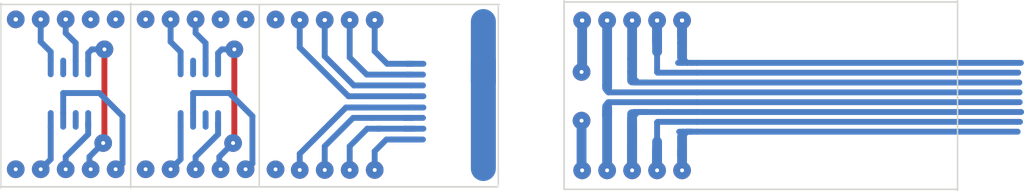
<source format=kicad_pcb>
(kicad_pcb (version 20171130) (host pcbnew "(5.0.1-3-g963ef8bb5)")

  (general
    (thickness 1.6)
    (drawings 10)
    (tracks 369)
    (zones 0)
    (modules 0)
    (nets 1)
  )

  (page A4)
  (layers
    (0 F.Cu signal)
    (31 B.Cu signal)
    (32 B.Adhes user)
    (33 F.Adhes user)
    (34 B.Paste user)
    (35 F.Paste user)
    (36 B.SilkS user)
    (37 F.SilkS user)
    (38 B.Mask user)
    (39 F.Mask user)
    (40 Dwgs.User user)
    (41 Cmts.User user)
    (42 Eco1.User user)
    (43 Eco2.User user)
    (44 Edge.Cuts user)
    (45 Margin user)
    (46 B.CrtYd user)
    (47 F.CrtYd user)
    (48 B.Fab user)
    (49 F.Fab user)
  )

  (setup
    (last_trace_width 0.59944)
    (trace_clearance 0.2)
    (zone_clearance 0.508)
    (zone_45_only no)
    (trace_min 0.2)
    (segment_width 0.2)
    (edge_width 0.15)
    (via_size 1.8)
    (via_drill 0.4)
    (via_min_size 0.4)
    (via_min_drill 0.3)
    (uvia_size 0.3)
    (uvia_drill 0.1)
    (uvias_allowed no)
    (uvia_min_size 0.2)
    (uvia_min_drill 0.1)
    (pcb_text_width 0.3)
    (pcb_text_size 1.5 1.5)
    (mod_edge_width 0.15)
    (mod_text_size 1 1)
    (mod_text_width 0.15)
    (pad_size 1.524 1.524)
    (pad_drill 0.762)
    (pad_to_mask_clearance 0.051)
    (solder_mask_min_width 0.25)
    (aux_axis_origin 0 0)
    (visible_elements FFFFFF7F)
    (pcbplotparams
      (layerselection 0x010fc_ffffffff)
      (usegerberextensions false)
      (usegerberattributes false)
      (usegerberadvancedattributes false)
      (creategerberjobfile false)
      (excludeedgelayer true)
      (linewidth 0.150000)
      (plotframeref false)
      (viasonmask false)
      (mode 1)
      (useauxorigin false)
      (hpglpennumber 1)
      (hpglpenspeed 20)
      (hpglpendiameter 15.000000)
      (psnegative false)
      (psa4output false)
      (plotreference true)
      (plotvalue true)
      (plotinvisibletext false)
      (padsonsilk false)
      (subtractmaskfromsilk false)
      (outputformat 1)
      (mirror false)
      (drillshape 1)
      (scaleselection 1)
      (outputdirectory ""))
  )

  (net 0 "")

  (net_class Default "This is the default net class."
    (clearance 0.2)
    (trace_width 0.59944)
    (via_dia 1.8)
    (via_drill 0.4)
    (uvia_dia 0.3)
    (uvia_drill 0.1)
  )

  (net_class neti ""
    (clearance 0.2)
    (trace_width 0.59944)
    (via_dia 3)
    (via_drill 0.4)
    (uvia_dia 0.3)
    (uvia_drill 0.1)
  )

  (gr_line (start 24.384 16.637) (end 24.384 35.433) (layer Edge.Cuts) (width 0.15) (tstamp 5DECDA7A))
  (gr_line (start 37.592 16.637) (end 37.592 35.433) (layer Edge.Cuts) (width 0.15) (tstamp 5DE98042))
  (gr_line (start 74.979014 16.951826) (end 74.979014 35.112826) (layer Edge.Cuts) (width 0.15) (tstamp 5DE97EDD))
  (gr_line (start 50.673 16.891) (end 50.673 35.306) (layer Edge.Cuts) (width 0.15) (tstamp 5DE97EDC))
  (gr_line (start 74.93 35.306) (end 24.511 35.306) (layer Edge.Cuts) (width 0.15) (tstamp 5DE97EDA))
  (gr_line (start 75.057 16.764) (end 24.384 16.764) (layer Edge.Cuts) (width 0.15) (tstamp 5DE97D42))
  (gr_line (start 81.661 16.383) (end 81.661 35.56) (layer Edge.Cuts) (width 0.15) (tstamp 5DE39EA1))
  (gr_line (start 121.666 16.383) (end 121.666 35.687) (layer Edge.Cuts) (width 0.15) (tstamp 5DE39EA1))
  (gr_line (start 81.661 35.56) (end 121.539 35.56) (layer Edge.Cuts) (width 0.15) (tstamp 5DE39E2B))
  (gr_line (start 81.661 16.51) (end 121.666 16.51) (layer Edge.Cuts) (width 0.15) (tstamp 5DE39E2B))

  (via (at 93.657957 18.387871) (size 0.8) (drill 0.4) (layers F.Cu B.Cu) (net 0) (tstamp 5DE1783F))
  (via (at 93.657957 18.387871) (size 0.8) (drill 0.4) (layers F.Cu B.Cu) (net 0) (tstamp 5DE17840))
  (via (at 93.657957 18.387871) (size 1.5) (drill 0.4) (layers F.Cu B.Cu) (net 0) (tstamp 5DE17841))
  (via (at 83.497957 18.387871) (size 1.5) (drill 0.4) (layers F.Cu B.Cu) (net 0) (tstamp 5DE17842))
  (segment (start 95.167957 27.697871) (end 92.167957 27.697871) (width 0.6) (layer B.Cu) (net 0) (tstamp 5DE17843))
  (segment (start 91.167957 23.697871) (end 91.117957 23.647871) (width 0.6) (layer B.Cu) (net 0) (tstamp 5DE1784A))
  (segment (start 95.167957 23.697871) (end 91.167957 23.697871) (width 0.6) (layer B.Cu) (net 0) (tstamp 5DE1784B))
  (segment (start 86.167957 25.697871) (end 86.037957 25.567871) (width 0.6) (layer B.Cu) (net 0) (tstamp 5DE1784C))
  (segment (start 95.167957 25.697871) (end 86.167957 25.697871) (width 0.6) (layer B.Cu) (net 0) (tstamp 5DE1784D))
  (segment (start 88.577957 24.107871) (end 89.167957 24.697871) (width 0.6) (layer B.Cu) (net 0) (tstamp 5DE1784E))
  (segment (start 91.167957 28.697871) (end 91.117957 28.747871) (width 0.6) (layer B.Cu) (net 0) (tstamp 5DE1784F))
  (segment (start 95.167957 28.697871) (end 91.167957 28.697871) (width 0.6) (layer B.Cu) (net 0) (tstamp 5DE17850))
  (segment (start 88.577957 28.287871) (end 89.167957 27.697871) (width 0.6) (layer B.Cu) (net 0) (tstamp 5DE17851))
  (segment (start 86.167957 26.697871) (end 86.037957 26.827871) (width 0.6) (layer B.Cu) (net 0) (tstamp 5DE17852))
  (segment (start 95.167957 26.697871) (end 86.167957 26.697871) (width 0.6) (layer B.Cu) (net 0) (tstamp 5DE17853))
  (segment (start 91.117957 18.387871) (end 91.117957 20.419871) (width 1) (layer B.Cu) (net 0) (tstamp 5DE17854))
  (segment (start 93.657957 18.387871) (end 93.657957 20.165871) (width 1) (layer B.Cu) (net 0) (tstamp 5DE17855))
  (segment (start 93.657957 18.387871) (end 93.657957 20.673871) (width 1) (layer B.Cu) (net 0) (tstamp 5DE17856))
  (segment (start 93.657957 20.165871) (end 93.657957 20.673871) (width 0.6) (layer B.Cu) (net 0) (tstamp 5DE17857))
  (segment (start 91.117957 20.800871) (end 91.117957 20.419871) (width 0.6) (layer B.Cu) (net 0) (tstamp 5DE17858))
  (segment (start 88.577957 21.054871) (end 88.577957 22.324871) (width 0.6) (layer B.Cu) (net 0) (tstamp 5DE17859))
  (segment (start 88.577957 20.546871) (end 88.577957 21.054871) (width 0.6) (layer B.Cu) (net 0) (tstamp 5DE1785A))
  (segment (start 93.657957 31.595871) (end 93.657957 30.207871) (width 0.6) (layer B.Cu) (net 0) (tstamp 5DE1785B))
  (segment (start 91.117957 33.627871) (end 91.117957 31.722871) (width 1) (layer B.Cu) (net 0) (tstamp 5DE1785C))
  (segment (start 91.117957 33.627871) (end 91.117957 31.341871) (width 1) (layer B.Cu) (net 0) (tstamp 5DE1785D))
  (segment (start 91.117957 31.341871) (end 91.117957 31.722871) (width 0.6) (layer B.Cu) (net 0) (tstamp 5DE1785E))
  (segment (start 88.577957 33.627871) (end 88.577957 31.087871) (width 1) (layer B.Cu) (net 0) (tstamp 5DE1785F))
  (segment (start 88.577957 22.324871) (end 88.577957 24.107871) (width 0.6) (layer B.Cu) (net 0) (tstamp 5DE17860))
  (segment (start 88.577957 18.387871) (end 88.577957 22.324871) (width 1) (layer B.Cu) (net 0) (tstamp 5DE17861))
  (segment (start 88.577957 33.627871) (end 88.577957 28.801871) (width 1) (layer B.Cu) (net 0) (tstamp 5DE17863))
  (segment (start 88.577957 28.801871) (end 88.577957 28.287871) (width 0.6) (layer B.Cu) (net 0) (tstamp 5DE17864))
  (segment (start 88.577957 31.087871) (end 88.577957 28.801871) (width 0.6) (layer B.Cu) (net 0) (tstamp 5DE17865))
  (segment (start 88.577957 33.627871) (end 88.577957 28.287871) (width 1) (layer B.Cu) (net 0) (tstamp 5DE17866))
  (segment (start 91.117957 33.627871) (end 91.117957 30.706871) (width 1) (layer B.Cu) (net 0) (tstamp 5DE17867))
  (segment (start 91.117957 30.706871) (end 91.117957 31.341871) (width 0.6) (layer B.Cu) (net 0) (tstamp 5DE17868))
  (segment (start 91.117957 28.747871) (end 91.117957 30.706871) (width 0.6) (layer B.Cu) (net 0) (tstamp 5DE17869))
  (segment (start 91.117957 21.562871) (end 91.117957 20.800871) (width 0.6) (layer B.Cu) (net 0) (tstamp 5DE1786A))
  (segment (start 91.117957 19.911871) (end 91.117957 21.562871) (width 1) (layer B.Cu) (net 0) (tstamp 5DE1786B))
  (segment (start 91.117957 23.647871) (end 91.117957 21.562871) (width 0.6) (layer B.Cu) (net 0) (tstamp 5DE1786C))
  (segment (start 91.117957 18.387871) (end 91.117957 19.911871) (width 1) (layer B.Cu) (net 0) (tstamp 5DE1786D))
  (segment (start 91.117957 19.911871) (end 91.117957 20.800871) (width 1) (layer B.Cu) (net 0) (tstamp 5DE1786E))
  (segment (start 86.037957 28.039871) (end 86.037957 27.150871) (width 1) (layer B.Cu) (net 0) (tstamp 5DE1786F))
  (segment (start 86.037957 27.150871) (end 86.037957 27.531871) (width 0.6) (layer B.Cu) (net 0) (tstamp 5DE17870))
  (segment (start 86.037957 26.827871) (end 86.037957 27.150871) (width 0.6) (layer B.Cu) (net 0) (tstamp 5DE17871))
  (segment (start 86.037957 28.039871) (end 86.037957 27.531871) (width 1) (layer B.Cu) (net 0) (tstamp 5DE17872))
  (segment (start 86.037957 24.991871) (end 86.037957 25.245871) (width 1) (layer B.Cu) (net 0) (tstamp 5DE17873))
  (segment (start 86.037957 18.387871) (end 86.037957 24.991871) (width 1) (layer B.Cu) (net 0) (tstamp 5DE17874))
  (segment (start 86.037957 25.567871) (end 86.037957 25.245871) (width 0.6) (layer B.Cu) (net 0) (tstamp 5DE17875))
  (segment (start 93.657957 32.103871) (end 93.657957 30.207871) (width 1) (layer B.Cu) (net 0) (tstamp 5DE17876))
  (segment (start 93.657957 33.627871) (end 93.657957 32.103871) (width 1) (layer B.Cu) (net 0) (tstamp 5DE17877))
  (segment (start 93.657957 32.103871) (end 93.657957 31.595871) (width 1) (layer B.Cu) (net 0) (tstamp 5DE17878))
  (segment (start 93.657957 20.673871) (end 93.657957 22.187871) (width 1) (layer B.Cu) (net 0) (tstamp 5DE17879))
  (segment (start 88.577957 22.324871) (end 88.577957 23.597663) (width 1) (layer B.Cu) (net 0) (tstamp 5DE1787A))
  (segment (start 88.577957 23.597663) (end 88.577957 24.483871) (width 1) (layer B.Cu) (net 0) (tstamp 5DE1787B))
  (segment (start 88.577957 33.627871) (end 88.577957 27.912871) (width 1) (layer B.Cu) (net 0) (tstamp 5DE1787C))
  (segment (start 88.791957 24.697871) (end 88.577957 24.483871) (width 0.6) (layer B.Cu) (net 0) (tstamp 5DE1787D))
  (segment (start 89.974957 24.697871) (end 88.791957 24.697871) (width 0.6) (layer B.Cu) (net 0) (tstamp 5DE1787E))
  (segment (start 95.167957 24.697871) (end 89.974957 24.697871) (width 0.6) (layer B.Cu) (net 0) (tstamp 5DE1787F))
  (segment (start 89.974957 24.697871) (end 89.167957 24.697871) (width 0.6) (layer B.Cu) (net 0) (tstamp 5DE17880))
  (segment (start 88.792957 27.697871) (end 88.577957 27.912871) (width 0.6) (layer B.Cu) (net 0) (tstamp 5DE17881))
  (segment (start 89.974957 27.697871) (end 88.792957 27.697871) (width 0.6) (layer B.Cu) (net 0) (tstamp 5DE17882))
  (segment (start 92.167957 27.697871) (end 89.974957 27.697871) (width 0.6) (layer B.Cu) (net 0) (tstamp 5DE17883))
  (segment (start 89.974957 27.697871) (end 89.167957 27.697871) (width 0.6) (layer B.Cu) (net 0) (tstamp 5DE17884))
  (segment (start 86.037957 28.039871) (end 86.037957 33.627871) (width 0.999998) (layer B.Cu) (net 0) (tstamp 5DE1788F))
  (via (at 86.037957 18.387871) (size 0.8) (drill 0.4) (layers F.Cu B.Cu) (net 0) (tstamp 5DE17897))
  (via (at 86.037957 18.387871) (size 1.5) (drill 0.4) (layers F.Cu B.Cu) (net 0) (tstamp 5DE17898))
  (via (at 93.657957 18.387871) (size 0.8) (drill 0.4) (layers F.Cu B.Cu) (net 0) (tstamp 5DE17899))
  (via (at 83.497957 18.387871) (size 0.8) (drill 0.4) (layers F.Cu B.Cu) (net 0) (tstamp 5DE1789A))
  (via (at 91.117957 18.387871) (size 0.8) (drill 0.4) (layers F.Cu B.Cu) (net 0) (tstamp 5DE1789B))
  (via (at 91.117957 18.387871) (size 1.2) (drill 0.4) (layers F.Cu B.Cu) (net 0) (tstamp 5DE1789C))
  (via (at 91.117957 18.387871) (size 0.8) (drill 0.4) (layers F.Cu B.Cu) (net 0) (tstamp 5DE1789D))
  (via (at 93.657957 18.387871) (size 1.2) (drill 0.4) (layers F.Cu B.Cu) (net 0) (tstamp 5DE1789E))
  (via (at 93.657957 18.387871) (size 0.8) (drill 0.4) (layers F.Cu B.Cu) (net 0) (tstamp 5DE1789F))
  (via (at 83.497957 18.387871) (size 0.8) (drill 0.4) (layers F.Cu B.Cu) (net 0) (tstamp 5DE178A0))
  (via (at 83.497957 18.387871) (size 0.8) (drill 0.4) (layers F.Cu B.Cu) (net 0) (tstamp 5DE178A1))
  (via (at 83.497957 18.387871) (size 0.8) (drill 0.4) (layers F.Cu B.Cu) (net 0) (tstamp 5DE178A2))
  (via (at 88.577957 18.387871) (size 0.8) (drill 0.4) (layers F.Cu B.Cu) (net 0) (tstamp 5DE178A3))
  (via (at 86.037957 18.387871) (size 0.8) (drill 0.4) (layers F.Cu B.Cu) (net 0) (tstamp 5DE178A4))
  (via (at 86.037957 18.387871) (size 0.8) (drill 0.4) (layers F.Cu B.Cu) (net 0) (tstamp 5DE178A5))
  (via (at 88.577957 18.387871) (size 0.8) (drill 0.4) (layers F.Cu B.Cu) (net 0) (tstamp 5DE178A6))
  (via (at 88.577957 18.387871) (size 1.2) (drill 0.4) (layers F.Cu B.Cu) (net 0) (tstamp 5DE178A7))
  (via (at 83.497957 18.387871) (size 1.2) (drill 0.4) (layers F.Cu B.Cu) (net 0) (tstamp 5DE178A8))
  (via (at 91.117957 18.387871) (size 0.8) (drill 0.4) (layers F.Cu B.Cu) (net 0) (tstamp 5DE178A9))
  (via (at 91.117957 18.387871) (size 1.5) (drill 0.4) (layers F.Cu B.Cu) (net 0) (tstamp 5DE178AA))
  (via (at 83.497957 18.387871) (size 0.8) (drill 0.4) (layers F.Cu B.Cu) (net 0) (tstamp 5DE178AB))
  (via (at 86.037957 18.387871) (size 1.2) (drill 0.4) (layers F.Cu B.Cu) (net 0) (tstamp 5DE178AC))
  (via (at 88.577957 18.387871) (size 0.8) (drill 0.4) (layers F.Cu B.Cu) (net 0) (tstamp 5DE178AD))
  (via (at 88.577957 18.387871) (size 1.5) (drill 0.4) (layers F.Cu B.Cu) (net 0) (tstamp 5DE178AE))
  (via (at 93.657957 18.387871) (size 1.8) (drill 0.4) (layers F.Cu B.Cu) (net 0) (tstamp 5DE178AF))
  (via (at 91.117957 18.387871) (size 0.8) (drill 0.4) (layers F.Cu B.Cu) (net 0) (tstamp 5DE178B0))
  (via (at 91.117957 18.387871) (size 1.8) (drill 0.4) (layers F.Cu B.Cu) (net 0) (tstamp 5DE178B1))
  (via (at 88.577957 18.387871) (size 0.8) (drill 0.4) (layers F.Cu B.Cu) (net 0) (tstamp 5DE178B2))
  (via (at 88.577957 18.387871) (size 1.8) (drill 0.4) (layers F.Cu B.Cu) (net 0) (tstamp 5DE178B3))
  (via (at 86.037957 18.387871) (size 0.8) (drill 0.4) (layers F.Cu B.Cu) (net 0) (tstamp 5DE178B4))
  (via (at 86.037957 18.387871) (size 1.8) (drill 0.4) (layers F.Cu B.Cu) (net 0) (tstamp 5DE178B5))
  (via (at 83.497957 18.387871) (size 0.8) (drill 0.4) (layers F.Cu B.Cu) (net 0) (tstamp 5DE178B6))
  (via (at 83.497957 18.387871) (size 1.8) (drill 0.4) (layers F.Cu B.Cu) (net 0) (tstamp 5DE178B7))
  (via (at 93.657957 33.627871) (size 1.8) (drill 0.4) (layers F.Cu B.Cu) (net 0) (tstamp 5DE178B8))
  (via (at 91.117957 33.627871) (size 1.8) (drill 0.4) (layers F.Cu B.Cu) (net 0) (tstamp 5DE178B9))
  (via (at 88.577957 33.627871) (size 1.8) (drill 0.4) (layers F.Cu B.Cu) (net 0) (tstamp 5DE178BA))
  (via (at 83.497957 33.627871) (size 1.8) (drill 0.4) (layers F.Cu B.Cu) (net 0) (tstamp 5DE178BB))
  (via (at 86.037957 33.627871) (size 1.8) (drill 0.4) (layers F.Cu B.Cu) (net 0) (tstamp 5DE178BC))
  (segment (start 95.167957 22.697871) (end 128.107871 22.697871) (width 0.59944) (layer B.Cu) (net 0))
  (segment (start 95.167957 23.697871) (end 127.837871 23.697871) (width 0.59944) (layer B.Cu) (net 0))
  (segment (start 95.167957 24.697871) (end 127.948871 24.697871) (width 0.59944) (layer B.Cu) (net 0))
  (segment (start 95.167957 25.697871) (end 127.972129 25.697871) (width 0.59944) (layer B.Cu) (net 0))
  (segment (start 95.167957 26.697871) (end 127.988129 26.697871) (width 0.59944) (layer B.Cu) (net 0))
  (segment (start 95.167957 27.697871) (end 128.131129 27.697871) (width 0.59944) (layer B.Cu) (net 0))
  (segment (start 95.167957 28.697871) (end 128.020129 28.697871) (width 0.59944) (layer B.Cu) (net 0))
  (segment (start 95.167957 29.697871) (end 127.782129 29.697871) (width 0.59944) (layer B.Cu) (net 0))
  (segment (start 94.615 22.697871) (end 94.167957 22.697871) (width 0.59944) (layer B.Cu) (net 0))
  (segment (start 94.167957 22.697871) (end 93.657957 22.187871) (width 0.59944) (layer B.Cu) (net 0))
  (segment (start 95.167957 22.697871) (end 94.615 22.697871) (width 0.6) (layer B.Cu) (net 0))
  (segment (start 94.167957 29.697871) (end 93.657957 30.207871) (width 0.59944) (layer B.Cu) (net 0))
  (segment (start 94.615 29.697871) (end 94.167957 29.697871) (width 0.59944) (layer B.Cu) (net 0))
  (segment (start 95.167957 29.697871) (end 94.615 29.697871) (width 0.6) (layer B.Cu) (net 0))
  (segment (start 94.167957 22.697871) (end 93.634129 22.697871) (width 0.59944) (layer B.Cu) (net 0))
  (segment (start 94.615 29.697871) (end 93.746129 29.697871) (width 0.59944) (layer B.Cu) (net 0))
  (segment (start 93.746129 29.697871) (end 93.365129 29.697871) (width 0.59944) (layer B.Cu) (net 0))
  (segment (start 93.634129 22.697871) (end 93.253129 22.697871) (width 0.59944) (layer B.Cu) (net 0))
  (via (at 83.439 23.622) (size 1.8) (drill 0.4) (layers F.Cu B.Cu) (net 0))
  (via (at 83.439 28.575) (size 1.8) (drill 0.4) (layers F.Cu B.Cu) (net 0))
  (segment (start 83.497957 23.563043) (end 83.439 23.622) (width 1.00076) (layer B.Cu) (net 0))
  (segment (start 83.497957 18.387871) (end 83.497957 23.563043) (width 1.00076) (layer B.Cu) (net 0))
  (segment (start 83.439 33.568914) (end 83.497957 33.627871) (width 1.00076) (layer B.Cu) (net 0))
  (segment (start 83.439 28.575) (end 83.439 33.568914) (width 1.00076) (layer B.Cu) (net 0))
  (segment (start 43.943127 22.467793) (end 43.943127 23.864793) (width 0.6) (layer B.Cu) (net 0) (tstamp 5DE97CF2))
  (segment (start 42.673127 22.467793) (end 42.673127 23.864793) (width 0.6) (layer B.Cu) (net 0) (tstamp 5DE97CF3))
  (segment (start 46.483127 22.467793) (end 46.483127 23.864793) (width 0.6) (layer B.Cu) (net 0) (tstamp 5DE97CF4))
  (segment (start 45.213127 22.467793) (end 45.213127 23.864793) (width 0.6) (layer B.Cu) (net 0) (tstamp 5DE97CF5))
  (segment (start 41.657127 18.276793) (end 41.657127 20.562793) (width 0.6) (layer B.Cu) (net 0) (tstamp 5DE97CF6))
  (segment (start 42.673127 21.578793) (end 42.673127 22.467793) (width 0.6) (layer B.Cu) (net 0) (tstamp 5DE97CF7))
  (segment (start 41.657127 20.562793) (end 42.673127 21.578793) (width 0.6) (layer B.Cu) (net 0) (tstamp 5DE97CF8))
  (segment (start 44.197127 18.276793) (end 44.197127 19.673793) (width 0.6) (layer B.Cu) (net 0) (tstamp 5DE97CF9))
  (segment (start 45.213127 20.689793) (end 45.213127 22.467793) (width 0.6) (layer B.Cu) (net 0) (tstamp 5DE97CFA))
  (segment (start 44.197127 19.673793) (end 45.213127 20.689793) (width 0.6) (layer B.Cu) (net 0) (tstamp 5DE97CFB))
  (segment (start 44.197127 32.244001) (end 46.483127 29.958001) (width 0.6) (layer B.Cu) (net 0) (tstamp 5DE97CFC))
  (segment (start 44.197127 33.516793) (end 44.197127 32.244001) (width 0.6) (layer B.Cu) (net 0) (tstamp 5DE97CFD))
  (segment (start 46.483127 29.958001) (end 46.483127 28.817793) (width 0.6) (layer B.Cu) (net 0) (tstamp 5DE97CFE))
  (segment (start 46.483127 28.817793) (end 46.483127 29.198793) (width 0.6) (layer B.Cu) (net 0) (tstamp 5DE97CFF))
  (segment (start 46.483127 27.801793) (end 46.483127 28.817793) (width 0.6) (layer B.Cu) (net 0) (tstamp 5DE97D00))
  (segment (start 46.483127 21.703001) (end 46.483127 22.467793) (width 0.6) (layer B.Cu) (net 0) (tstamp 5DE97D01))
  (segment (start 46.861335 21.324793) (end 46.483127 21.703001) (width 0.6) (layer B.Cu) (net 0) (tstamp 5DE97D02))
  (segment (start 48.134127 21.324793) (end 46.861335 21.324793) (width 0.6) (layer B.Cu) (net 0) (tstamp 5DE97D03))
  (segment (start 45.213127 27.801793) (end 45.213127 28.690793) (width 0.6) (layer B.Cu) (net 0) (tstamp 5DE97D04))
  (segment (start 45.213127 29.198793) (end 45.213127 28.690793) (width 0.6) (layer B.Cu) (net 0) (tstamp 5DE97D05))
  (segment (start 48.007127 30.849793) (end 46.610127 32.246793) (width 0.6) (layer B.Cu) (net 0) (tstamp 5DE97D06))
  (segment (start 46.610127 33.389793) (end 46.737127 33.516793) (width 0.6) (layer B.Cu) (net 0) (tstamp 5DE97D07))
  (segment (start 46.610127 32.246793) (end 46.610127 33.389793) (width 0.6) (layer B.Cu) (net 0) (tstamp 5DE97D08))
  (segment (start 48.134127 30.722793) (end 48.007127 30.849793) (width 0.6) (layer F.Cu) (net 0) (tstamp 5DE97D09))
  (segment (start 48.134127 21.324793) (end 48.134127 30.722793) (width 0.6) (layer F.Cu) (net 0) (tstamp 5DE97D0A))
  (segment (start 42.673127 32.500793) (end 42.673127 29.198793) (width 0.6) (layer B.Cu) (net 0) (tstamp 5DE97D0B))
  (segment (start 42.673127 29.198793) (end 42.673127 27.801793) (width 0.6) (layer B.Cu) (net 0) (tstamp 5DE97D0C))
  (segment (start 41.657127 33.516793) (end 42.673127 32.500793) (width 0.6) (layer B.Cu) (net 0) (tstamp 5DE97D0D))
  (segment (start 43.943127 25.769793) (end 43.943127 27.801793) (width 0.6) (layer B.Cu) (net 0) (tstamp 5DE97D0E))
  (segment (start 47.626127 25.769793) (end 43.943127 25.769793) (width 0.6) (layer B.Cu) (net 0) (tstamp 5DE97D0F))
  (segment (start 49.972117 28.115783) (end 47.626127 25.769793) (width 0.6) (layer B.Cu) (net 0) (tstamp 5DE97D10))
  (segment (start 49.972117 32.948803) (end 49.972117 28.115783) (width 0.6) (layer B.Cu) (net 0) (tstamp 5DE97D11))
  (segment (start 43.943127 27.801793) (end 43.943127 29.198793) (width 0.6) (layer B.Cu) (net 0) (tstamp 5DE97D12))
  (segment (start 49.404127 33.516793) (end 49.972117 32.948803) (width 0.6) (layer B.Cu) (net 0) (tstamp 5DE97D13))
  (segment (start 49.277127 33.516793) (end 49.404127 33.516793) (width 0.6) (layer B.Cu) (net 0) (tstamp 5DE97D14))
  (via (at 39.117127 33.516793) (size 1.8) (drill 0.4) (layers F.Cu B.Cu) (net 0) (tstamp 5DE97D15))
  (via (at 41.657127 33.516793) (size 1.8) (drill 0.4) (layers F.Cu B.Cu) (net 0) (tstamp 5DE97D16))
  (via (at 49.277127 33.516793) (size 1.8) (drill 0.4) (layers F.Cu B.Cu) (net 0) (tstamp 5DE97D17))
  (via (at 46.737127 33.516793) (size 1.8) (drill 0.4) (layers F.Cu B.Cu) (net 0) (tstamp 5DE97D18))
  (via (at 44.197127 33.516793) (size 1.8) (drill 0.4) (layers F.Cu B.Cu) (net 0) (tstamp 5DE97D19))
  (via (at 41.657127 18.276793) (size 1.8) (drill 0.4) (layers F.Cu B.Cu) (net 0) (tstamp 5DE97D1A))
  (via (at 39.117127 18.276793) (size 0.8) (drill 0.4) (layers F.Cu B.Cu) (net 0) (tstamp 5DE97D1B))
  (via (at 39.117127 18.276793) (size 1.8) (drill 0.4) (layers F.Cu B.Cu) (net 0) (tstamp 5DE97D1C))
  (via (at 44.197127 18.276793) (size 0.8) (drill 0.4) (layers F.Cu B.Cu) (net 0) (tstamp 5DE97D1D))
  (via (at 44.197127 18.276793) (size 1.8) (drill 0.4) (layers F.Cu B.Cu) (net 0) (tstamp 5DE97D1E))
  (via (at 41.657127 18.276793) (size 0.8) (drill 0.4) (layers F.Cu B.Cu) (net 0) (tstamp 5DE97D1F))
  (via (at 46.737127 18.276793) (size 0.8) (drill 0.4) (layers F.Cu B.Cu) (net 0) (tstamp 5DE97D20))
  (via (at 46.737127 18.276793) (size 1.5) (drill 0.4) (layers F.Cu B.Cu) (net 0) (tstamp 5DE97D21))
  (via (at 46.737127 18.276793) (size 1.8) (drill 0.4) (layers F.Cu B.Cu) (net 0) (tstamp 5DE97D22))
  (via (at 49.277127 18.276793) (size 1.5) (drill 0.4) (layers F.Cu B.Cu) (net 0) (tstamp 5DE97D23))
  (via (at 41.657127 18.276793) (size 0.8) (drill 0.4) (layers F.Cu B.Cu) (net 0) (tstamp 5DE97D24))
  (via (at 39.117127 18.276793) (size 1.2) (drill 0.4) (layers F.Cu B.Cu) (net 0) (tstamp 5DE97D25))
  (via (at 41.657127 18.276793) (size 1.2) (drill 0.4) (layers F.Cu B.Cu) (net 0) (tstamp 5DE97D26))
  (via (at 39.117127 18.276793) (size 1.5) (drill 0.4) (layers F.Cu B.Cu) (net 0) (tstamp 5DE97D27))
  (via (at 49.277127 18.276793) (size 0.8) (drill 0.4) (layers F.Cu B.Cu) (net 0) (tstamp 5DE97D28))
  (via (at 39.117127 18.276793) (size 0.8) (drill 0.4) (layers F.Cu B.Cu) (net 0) (tstamp 5DE97D29))
  (via (at 39.117127 18.276793) (size 0.8) (drill 0.4) (layers F.Cu B.Cu) (net 0) (tstamp 5DE97D2A))
  (via (at 39.117127 18.276793) (size 0.8) (drill 0.4) (layers F.Cu B.Cu) (net 0) (tstamp 5DE97D2B))
  (via (at 49.277127 18.276793) (size 1.2) (drill 0.4) (layers F.Cu B.Cu) (net 0) (tstamp 5DE97D2C))
  (via (at 39.117127 18.276793) (size 0.8) (drill 0.4) (layers F.Cu B.Cu) (net 0) (tstamp 5DE97D2D))
  (via (at 41.657127 18.276793) (size 0.8) (drill 0.4) (layers F.Cu B.Cu) (net 0) (tstamp 5DE97D2E))
  (via (at 46.737127 18.276793) (size 1.2) (drill 0.4) (layers F.Cu B.Cu) (net 0) (tstamp 5DE97D2F))
  (via (at 46.737127 18.276793) (size 0.8) (drill 0.4) (layers F.Cu B.Cu) (net 0) (tstamp 5DE97D30))
  (via (at 49.277127 18.276793) (size 0.8) (drill 0.4) (layers F.Cu B.Cu) (net 0) (tstamp 5DE97D31))
  (via (at 41.657127 18.276793) (size 0.8) (drill 0.4) (layers F.Cu B.Cu) (net 0) (tstamp 5DE97D32))
  (via (at 44.197127 18.276793) (size 1.2) (drill 0.4) (layers F.Cu B.Cu) (net 0) (tstamp 5DE97D33))
  (via (at 44.197127 18.276793) (size 0.8) (drill 0.4) (layers F.Cu B.Cu) (net 0) (tstamp 5DE97D34))
  (via (at 44.197127 18.276793) (size 1.5) (drill 0.4) (layers F.Cu B.Cu) (net 0) (tstamp 5DE97D35))
  (via (at 44.197127 18.276793) (size 0.8) (drill 0.4) (layers F.Cu B.Cu) (net 0) (tstamp 5DE97D36))
  (via (at 39.117127 18.276793) (size 0.8) (drill 0.4) (layers F.Cu B.Cu) (net 0) (tstamp 5DE97D37))
  (via (at 46.737127 18.276793) (size 0.8) (drill 0.4) (layers F.Cu B.Cu) (net 0) (tstamp 5DE97D38))
  (via (at 41.657127 18.276793) (size 1.5) (drill 0.4) (layers F.Cu B.Cu) (net 0) (tstamp 5DE97D39))
  (via (at 44.197127 18.276793) (size 0.8) (drill 0.4) (layers F.Cu B.Cu) (net 0) (tstamp 5DE97D3A))
  (via (at 49.277127 18.276793) (size 0.8) (drill 0.4) (layers F.Cu B.Cu) (net 0) (tstamp 5DE97D3B))
  (via (at 49.277127 18.276793) (size 1.8) (drill 0.4) (layers F.Cu B.Cu) (net 0) (tstamp 5DE97D3C))
  (via (at 49.277127 18.276793) (size 0.8) (drill 0.4) (layers F.Cu B.Cu) (net 0) (tstamp 5DE97D3D))
  (via (at 46.737127 18.276793) (size 0.8) (drill 0.4) (layers F.Cu B.Cu) (net 0) (tstamp 5DE97D3E))
  (via (at 48.007127 30.849793) (size 1.8) (drill 0.4) (layers F.Cu B.Cu) (net 0) (tstamp 5DE97D3F))
  (via (at 48.134127 21.324793) (size 1.8) (drill 0.4) (layers F.Cu B.Cu) (net 0) (tstamp 5DE97D40))
  (segment (start 65.708014 22.793826) (end 66.216014 22.793826) (width 0.59944) (layer B.Cu) (net 0) (tstamp 5DE97E87))
  (segment (start 65.708014 22.793826) (end 67.359014 22.793826) (width 0.59944) (layer B.Cu) (net 0) (tstamp 5DE97E88))
  (segment (start 65.708014 23.893826) (end 67.316014 23.893826) (width 0.59944) (layer B.Cu) (net 0) (tstamp 5DE97E89))
  (segment (start 61.601014 23.893826) (end 65.708014 23.893826) (width 0.59944) (layer B.Cu) (net 0) (tstamp 5DE97E8A))
  (segment (start 63.676014 22.793826) (end 65.708014 22.793826) (width 0.59944) (layer B.Cu) (net 0) (tstamp 5DE97E8B))
  (segment (start 65.708014 23.893826) (end 66.173014 23.893826) (width 0.59944) (layer B.Cu) (net 0) (tstamp 5DE97E8C))
  (segment (start 59.866014 33.588826) (end 59.866014 31.175826) (width 0.59944) (layer B.Cu) (net 0) (tstamp 5DE97E8D))
  (segment (start 57.326014 33.588826) (end 57.326014 31.175826) (width 0.59944) (layer B.Cu) (net 0) (tstamp 5DE97E8E))
  (segment (start 66.091014 26.093826) (end 67.357014 26.093826) (width 0.59944) (layer B.Cu) (net 0) (tstamp 5DE97E8F))
  (segment (start 59.739014 33.461826) (end 59.866014 33.588826) (width 0.6) (layer B.Cu) (net 0) (tstamp 5DE97E90))
  (segment (start 57.326014 22.031826) (end 60.288014 24.993826) (width 0.59944) (layer B.Cu) (net 0) (tstamp 5DE97E91))
  (segment (start 62.406014 18.348826) (end 62.406014 21.523826) (width 0.59944) (layer B.Cu) (net 0) (tstamp 5DE97E92))
  (segment (start 59.866014 18.348826) (end 59.866014 22.158826) (width 0.59944) (layer B.Cu) (net 0) (tstamp 5DE97E93))
  (segment (start 54.786014 18.348826) (end 54.786014 21.142826) (width 0.59944) (layer B.Cu) (net 0) (tstamp 5DE97E94))
  (segment (start 65.184014 30.493826) (end 66.658454 30.493826) (width 0.59944) (layer B.Cu) (net 0) (tstamp 5DE97E95))
  (segment (start 57.326014 18.348826) (end 57.326014 22.031826) (width 0.59944) (layer B.Cu) (net 0) (tstamp 5DE97E96))
  (segment (start 62.406014 33.588826) (end 62.533014 33.588826) (width 0.6) (layer B.Cu) (net 0) (tstamp 5DE97E97))
  (segment (start 66.130014 24.993826) (end 67.318014 24.993826) (width 0.59944) (layer B.Cu) (net 0) (tstamp 5DE97E98))
  (segment (start 63.596014 30.493826) (end 64.057014 30.493826) (width 0.59944) (layer B.Cu) (net 0) (tstamp 5DE97E99))
  (segment (start 62.406014 21.523826) (end 63.676014 22.793826) (width 0.59944) (layer B.Cu) (net 0) (tstamp 5DE97E9A))
  (segment (start 64.057014 30.493826) (end 65.184014 30.493826) (width 0.59944) (layer B.Cu) (net 0) (tstamp 5DE97E9B))
  (segment (start 54.786014 21.142826) (end 59.737014 26.093826) (width 0.59944) (layer B.Cu) (net 0) (tstamp 5DE97E9C))
  (segment (start 62.406014 33.588826) (end 62.406014 31.683826) (width 0.59944) (layer B.Cu) (net 0) (tstamp 5DE97E9D))
  (segment (start 59.866014 22.158826) (end 61.601014 23.893826) (width 0.59944) (layer B.Cu) (net 0) (tstamp 5DE97E9E))
  (segment (start 59.737014 26.093826) (end 66.091014 26.093826) (width 0.59944) (layer B.Cu) (net 0) (tstamp 5DE97E9F))
  (segment (start 60.288014 24.993826) (end 66.130014 24.993826) (width 0.59944) (layer B.Cu) (net 0) (tstamp 5DE97EA0))
  (via (at 59.866014 33.588826) (size 1.8) (drill 0.4) (layers F.Cu B.Cu) (net 0) (tstamp 5DE97EA1))
  (via (at 54.786014 33.588826) (size 1.8) (drill 0.4) (layers F.Cu B.Cu) (net 0) (tstamp 5DE97EA2))
  (via (at 54.786014 18.348826) (size 1.2) (drill 0.4) (layers F.Cu B.Cu) (net 0) (tstamp 5DE97EA3))
  (via (at 54.786014 18.348826) (size 0.8) (drill 0.4) (layers F.Cu B.Cu) (net 0) (tstamp 5DE97EA4))
  (via (at 57.326014 18.348826) (size 0.8) (drill 0.4) (layers F.Cu B.Cu) (net 0) (tstamp 5DE97EA5))
  (via (at 59.866014 18.348826) (size 0.8) (drill 0.4) (layers F.Cu B.Cu) (net 0) (tstamp 5DE97EA6))
  (via (at 62.406014 33.588826) (size 1.8) (drill 0.4) (layers F.Cu B.Cu) (net 0) (tstamp 5DE97EA7))
  (via (at 59.866014 18.348826) (size 0.8) (drill 0.4) (layers F.Cu B.Cu) (net 0) (tstamp 5DE97EA8))
  (via (at 59.866014 18.348826) (size 1.5) (drill 0.4) (layers F.Cu B.Cu) (net 0) (tstamp 5DE97EA9))
  (via (at 59.866014 18.348826) (size 0.8) (drill 0.4) (layers F.Cu B.Cu) (net 0) (tstamp 5DE97EAA))
  (via (at 59.866014 18.348826) (size 1.8) (drill 0.4) (layers F.Cu B.Cu) (net 0) (tstamp 5DE97EAB))
  (via (at 57.326014 18.348826) (size 1.5) (drill 0.4) (layers F.Cu B.Cu) (net 0) (tstamp 5DE97EAC))
  (via (at 62.406014 18.348826) (size 0.8) (drill 0.4) (layers F.Cu B.Cu) (net 0) (tstamp 5DE97EAD))
  (via (at 54.786014 18.348826) (size 0.8) (drill 0.4) (layers F.Cu B.Cu) (net 0) (tstamp 5DE97EAE))
  (via (at 57.326014 33.588826) (size 1.8) (drill 0.4) (layers F.Cu B.Cu) (net 0) (tstamp 5DE97EAF))
  (via (at 57.326014 18.348826) (size 1.2) (drill 0.4) (layers F.Cu B.Cu) (net 0) (tstamp 5DE97EB0))
  (via (at 62.406014 18.348826) (size 0.8) (drill 0.4) (layers F.Cu B.Cu) (net 0) (tstamp 5DE97EB1))
  (via (at 54.786014 18.348826) (size 0.8) (drill 0.4) (layers F.Cu B.Cu) (net 0) (tstamp 5DE97EB2))
  (via (at 54.786014 18.348826) (size 0.8) (drill 0.4) (layers F.Cu B.Cu) (net 0) (tstamp 5DE97EB3))
  (via (at 54.786014 18.348826) (size 1.8) (drill 0.4) (layers F.Cu B.Cu) (net 0) (tstamp 5DE97EB4))
  (via (at 59.866014 18.348826) (size 1.2) (drill 0.4) (layers F.Cu B.Cu) (net 0) (tstamp 5DE97EB5))
  (via (at 57.326014 18.348826) (size 0.8) (drill 0.4) (layers F.Cu B.Cu) (net 0) (tstamp 5DE97EB6))
  (via (at 59.866014 18.348826) (size 0.8) (drill 0.4) (layers F.Cu B.Cu) (net 0) (tstamp 5DE97EB7))
  (via (at 62.406014 18.348826) (size 0.8) (drill 0.4) (layers F.Cu B.Cu) (net 0) (tstamp 5DE97EB8))
  (via (at 62.406014 18.348826) (size 1.2) (drill 0.4) (layers F.Cu B.Cu) (net 0) (tstamp 5DE97EB9))
  (via (at 57.326014 18.348826) (size 0.8) (drill 0.4) (layers F.Cu B.Cu) (net 0) (tstamp 5DE97EBA))
  (via (at 62.406014 18.348826) (size 1.8) (drill 0.4) (layers F.Cu B.Cu) (net 0) (tstamp 5DE97EBB))
  (via (at 57.326014 18.348826) (size 0.8) (drill 0.4) (layers F.Cu B.Cu) (net 0) (tstamp 5DE97EBC))
  (via (at 62.406014 18.348826) (size 1.5) (drill 0.4) (layers F.Cu B.Cu) (net 0) (tstamp 5DE97EBD))
  (via (at 54.786014 18.348826) (size 1.5) (drill 0.4) (layers F.Cu B.Cu) (net 0) (tstamp 5DE97EBE))
  (via (at 62.406014 18.348826) (size 0.8) (drill 0.4) (layers F.Cu B.Cu) (net 0) (tstamp 5DE97EBF))
  (via (at 57.326014 18.348826) (size 1.8) (drill 0.4) (layers F.Cu B.Cu) (net 0) (tstamp 5DE97EC0))
  (segment (start 62.406014 31.683826) (end 63.596014 30.493826) (width 0.59944) (layer B.Cu) (net 0) (tstamp 5DE97EC1))
  (segment (start 65.962014 27.238826) (end 67.359014 27.238826) (width 0.59944) (layer B.Cu) (net 0) (tstamp 5DE97EC2))
  (segment (start 65.200014 30.493826) (end 66.169014 30.493826) (width 0.59944) (layer B.Cu) (net 0) (tstamp 5DE97EC3))
  (segment (start 59.866014 31.175826) (end 61.648014 29.393826) (width 0.59944) (layer B.Cu) (net 0) (tstamp 5DE97EC4))
  (segment (start 61.648014 29.393826) (end 62.914014 29.393826) (width 0.59944) (layer B.Cu) (net 0) (tstamp 5DE97EC5))
  (segment (start 65.454014 29.393826) (end 67.355014 29.393826) (width 0.59944) (layer B.Cu) (net 0) (tstamp 5DE97EC6))
  (segment (start 62.914014 29.393826) (end 65.454014 29.393826) (width 0.59944) (layer B.Cu) (net 0) (tstamp 5DE97EC7))
  (segment (start 65.962014 27.238826) (end 66.343014 27.238826) (width 0.59944) (layer B.Cu) (net 0) (tstamp 5DE97EC8))
  (segment (start 64.057014 30.493826) (end 65.200014 30.493826) (width 0.59944) (layer B.Cu) (net 0) (tstamp 5DE97EC9))
  (segment (start 60.208014 28.293826) (end 62.113014 28.293826) (width 0.59944) (layer B.Cu) (net 0) (tstamp 5DE97ECA))
  (segment (start 54.786014 33.588826) (end 54.786014 31.937826) (width 0.59944) (layer B.Cu) (net 0) (tstamp 5DE97ECB))
  (segment (start 73.455014 24.571826) (end 73.455014 33.440816) (width 2.54) (layer B.Cu) (net 0) (tstamp 5DE97ECC))
  (segment (start 73.455014 22.412826) (end 73.455014 24.571826) (width 2.54) (layer B.Cu) (net 0) (tstamp 5DE97ECD))
  (segment (start 65.454014 28.293826) (end 67.320014 28.293826) (width 0.59944) (layer B.Cu) (net 0) (tstamp 5DE97ECE))
  (segment (start 73.455014 24.571826) (end 73.455014 18.496836) (width 2.54) (layer B.Cu) (net 0) (tstamp 5DE97ECF))
  (segment (start 62.113014 28.293826) (end 65.454014 28.293826) (width 0.59944) (layer B.Cu) (net 0) (tstamp 5DE97ED0))
  (segment (start 57.326014 31.175826) (end 60.208014 28.293826) (width 0.59944) (layer B.Cu) (net 0) (tstamp 5DE97ED1))
  (segment (start 65.200014 30.493826) (end 67.312014 30.493826) (width 0.59944) (layer B.Cu) (net 0) (tstamp 5DE97ED2))
  (segment (start 54.786014 31.937826) (end 59.485014 27.238826) (width 0.59944) (layer B.Cu) (net 0) (tstamp 5DE97ED3))
  (segment (start 61.644014 27.238826) (end 65.962014 27.238826) (width 0.59944) (layer B.Cu) (net 0) (tstamp 5DE97ED4))
  (segment (start 59.863222 27.238826) (end 61.644014 27.238826) (width 0.59944) (layer B.Cu) (net 0) (tstamp 5DE97ED5))
  (segment (start 59.485014 27.238826) (end 61.644014 27.238826) (width 0.59944) (layer B.Cu) (net 0) (tstamp 5DE97ED6))
  (segment (start 65.454014 29.393826) (end 66.466014 29.393826) (width 0.59944) (layer B.Cu) (net 0) (tstamp 5DE97ED7))
  (segment (start 65.454014 28.293826) (end 66.255014 28.293826) (width 0.59944) (layer B.Cu) (net 0) (tstamp 5DE97ED8))
  (segment (start 62.664014 29.393826) (end 62.914014 29.393826) (width 0.59944) (layer B.Cu) (net 0) (tstamp 5DE97ED9))
  (via (at 52.324 18.288) (size 1.8) (drill 0.4) (layers F.Cu B.Cu) (net 0))
  (via (at 52.324 33.528) (size 1.8) (drill 0.4) (layers F.Cu B.Cu) (net 0))
  (segment (start 30.735127 22.467793) (end 30.735127 23.864793) (width 0.6) (layer B.Cu) (net 0) (tstamp 5DECDA2B))
  (segment (start 29.465127 22.467793) (end 29.465127 23.864793) (width 0.6) (layer B.Cu) (net 0) (tstamp 5DECDA2C))
  (segment (start 33.275127 22.467793) (end 33.275127 23.864793) (width 0.6) (layer B.Cu) (net 0) (tstamp 5DECDA2D))
  (segment (start 32.005127 22.467793) (end 32.005127 23.864793) (width 0.6) (layer B.Cu) (net 0) (tstamp 5DECDA2E))
  (segment (start 28.449127 18.276793) (end 28.449127 20.562793) (width 0.6) (layer B.Cu) (net 0) (tstamp 5DECDA2F))
  (segment (start 29.465127 21.578793) (end 29.465127 22.467793) (width 0.6) (layer B.Cu) (net 0) (tstamp 5DECDA30))
  (segment (start 28.449127 20.562793) (end 29.465127 21.578793) (width 0.6) (layer B.Cu) (net 0) (tstamp 5DECDA31))
  (segment (start 30.989127 18.276793) (end 30.989127 19.673793) (width 0.6) (layer B.Cu) (net 0) (tstamp 5DECDA32))
  (segment (start 32.005127 20.689793) (end 32.005127 22.467793) (width 0.6) (layer B.Cu) (net 0) (tstamp 5DECDA33))
  (segment (start 30.989127 19.673793) (end 32.005127 20.689793) (width 0.6) (layer B.Cu) (net 0) (tstamp 5DECDA34))
  (segment (start 30.989127 32.244001) (end 33.275127 29.958001) (width 0.6) (layer B.Cu) (net 0) (tstamp 5DECDA35))
  (segment (start 30.989127 33.516793) (end 30.989127 32.244001) (width 0.6) (layer B.Cu) (net 0) (tstamp 5DECDA36))
  (segment (start 33.275127 29.958001) (end 33.275127 28.817793) (width 0.6) (layer B.Cu) (net 0) (tstamp 5DECDA37))
  (segment (start 33.275127 28.817793) (end 33.275127 29.198793) (width 0.6) (layer B.Cu) (net 0) (tstamp 5DECDA38))
  (segment (start 33.275127 27.801793) (end 33.275127 28.817793) (width 0.6) (layer B.Cu) (net 0) (tstamp 5DECDA39))
  (segment (start 33.275127 21.703001) (end 33.275127 22.467793) (width 0.6) (layer B.Cu) (net 0) (tstamp 5DECDA3A))
  (segment (start 33.653335 21.324793) (end 33.275127 21.703001) (width 0.6) (layer B.Cu) (net 0) (tstamp 5DECDA3B))
  (segment (start 34.926127 21.324793) (end 33.653335 21.324793) (width 0.6) (layer B.Cu) (net 0) (tstamp 5DECDA3C))
  (segment (start 32.005127 27.801793) (end 32.005127 28.690793) (width 0.6) (layer B.Cu) (net 0) (tstamp 5DECDA3D))
  (segment (start 32.005127 29.198793) (end 32.005127 28.690793) (width 0.6) (layer B.Cu) (net 0) (tstamp 5DECDA3E))
  (segment (start 34.799127 30.849793) (end 33.402127 32.246793) (width 0.6) (layer B.Cu) (net 0) (tstamp 5DECDA3F))
  (segment (start 33.402127 33.389793) (end 33.529127 33.516793) (width 0.6) (layer B.Cu) (net 0) (tstamp 5DECDA40))
  (segment (start 33.402127 32.246793) (end 33.402127 33.389793) (width 0.6) (layer B.Cu) (net 0) (tstamp 5DECDA41))
  (segment (start 34.926127 30.722793) (end 34.799127 30.849793) (width 0.6) (layer F.Cu) (net 0) (tstamp 5DECDA42))
  (segment (start 34.926127 21.324793) (end 34.926127 30.722793) (width 0.6) (layer F.Cu) (net 0) (tstamp 5DECDA43))
  (segment (start 29.465127 32.500793) (end 29.465127 29.198793) (width 0.6) (layer B.Cu) (net 0) (tstamp 5DECDA44))
  (segment (start 29.465127 29.198793) (end 29.465127 27.801793) (width 0.6) (layer B.Cu) (net 0) (tstamp 5DECDA45))
  (segment (start 28.449127 33.516793) (end 29.465127 32.500793) (width 0.6) (layer B.Cu) (net 0) (tstamp 5DECDA46))
  (segment (start 30.735127 25.769793) (end 30.735127 27.801793) (width 0.6) (layer B.Cu) (net 0) (tstamp 5DECDA47))
  (segment (start 34.418127 25.769793) (end 30.735127 25.769793) (width 0.6) (layer B.Cu) (net 0) (tstamp 5DECDA48))
  (segment (start 36.764117 28.115783) (end 34.418127 25.769793) (width 0.6) (layer B.Cu) (net 0) (tstamp 5DECDA49))
  (segment (start 36.764117 32.948803) (end 36.764117 28.115783) (width 0.6) (layer B.Cu) (net 0) (tstamp 5DECDA4A))
  (segment (start 30.735127 27.801793) (end 30.735127 29.198793) (width 0.6) (layer B.Cu) (net 0) (tstamp 5DECDA4B))
  (segment (start 36.196127 33.516793) (end 36.764117 32.948803) (width 0.6) (layer B.Cu) (net 0) (tstamp 5DECDA4C))
  (segment (start 36.069127 33.516793) (end 36.196127 33.516793) (width 0.6) (layer B.Cu) (net 0) (tstamp 5DECDA4D))
  (via (at 34.926127 21.324793) (size 1.8) (drill 0.4) (layers F.Cu B.Cu) (net 0) (tstamp 5DECDA4E))
  (via (at 28.449127 18.276793) (size 1.5) (drill 0.4) (layers F.Cu B.Cu) (net 0) (tstamp 5DECDA4F))
  (via (at 33.529127 18.276793) (size 0.8) (drill 0.4) (layers F.Cu B.Cu) (net 0) (tstamp 5DECDA50))
  (via (at 36.069127 18.276793) (size 0.8) (drill 0.4) (layers F.Cu B.Cu) (net 0) (tstamp 5DECDA51))
  (via (at 34.799127 30.849793) (size 1.8) (drill 0.4) (layers F.Cu B.Cu) (net 0) (tstamp 5DECDA52))
  (via (at 36.069127 18.276793) (size 1.8) (drill 0.4) (layers F.Cu B.Cu) (net 0) (tstamp 5DECDA53))
  (via (at 25.909127 18.276793) (size 0.8) (drill 0.4) (layers F.Cu B.Cu) (net 0) (tstamp 5DECDA54))
  (via (at 30.989127 18.276793) (size 0.8) (drill 0.4) (layers F.Cu B.Cu) (net 0) (tstamp 5DECDA55))
  (via (at 36.069127 18.276793) (size 0.8) (drill 0.4) (layers F.Cu B.Cu) (net 0) (tstamp 5DECDA56))
  (via (at 30.989127 18.276793) (size 0.8) (drill 0.4) (layers F.Cu B.Cu) (net 0) (tstamp 5DECDA57))
  (via (at 33.529127 18.276793) (size 0.8) (drill 0.4) (layers F.Cu B.Cu) (net 0) (tstamp 5DECDA58))
  (via (at 30.989127 18.276793) (size 1.2) (drill 0.4) (layers F.Cu B.Cu) (net 0) (tstamp 5DECDA59))
  (via (at 30.989127 18.276793) (size 0.8) (drill 0.4) (layers F.Cu B.Cu) (net 0) (tstamp 5DECDA5A))
  (via (at 30.989127 18.276793) (size 1.5) (drill 0.4) (layers F.Cu B.Cu) (net 0) (tstamp 5DECDA5B))
  (via (at 33.529127 18.276793) (size 0.8) (drill 0.4) (layers F.Cu B.Cu) (net 0) (tstamp 5DECDA5C))
  (via (at 36.069127 18.276793) (size 0.8) (drill 0.4) (layers F.Cu B.Cu) (net 0) (tstamp 5DECDA5D))
  (via (at 28.449127 18.276793) (size 0.8) (drill 0.4) (layers F.Cu B.Cu) (net 0) (tstamp 5DECDA5E))
  (via (at 25.909127 18.276793) (size 0.8) (drill 0.4) (layers F.Cu B.Cu) (net 0) (tstamp 5DECDA5F))
  (via (at 28.449127 18.276793) (size 0.8) (drill 0.4) (layers F.Cu B.Cu) (net 0) (tstamp 5DECDA60))
  (via (at 33.529127 18.276793) (size 1.2) (drill 0.4) (layers F.Cu B.Cu) (net 0) (tstamp 5DECDA61))
  (via (at 25.909127 18.276793) (size 0.8) (drill 0.4) (layers F.Cu B.Cu) (net 0) (tstamp 5DECDA62))
  (via (at 25.909127 18.276793) (size 0.8) (drill 0.4) (layers F.Cu B.Cu) (net 0) (tstamp 5DECDA63))
  (via (at 36.069127 18.276793) (size 1.2) (drill 0.4) (layers F.Cu B.Cu) (net 0) (tstamp 5DECDA64))
  (via (at 25.909127 18.276793) (size 1.5) (drill 0.4) (layers F.Cu B.Cu) (net 0) (tstamp 5DECDA65))
  (via (at 36.069127 18.276793) (size 0.8) (drill 0.4) (layers F.Cu B.Cu) (net 0) (tstamp 5DECDA66))
  (via (at 25.909127 18.276793) (size 0.8) (drill 0.4) (layers F.Cu B.Cu) (net 0) (tstamp 5DECDA67))
  (via (at 25.909127 18.276793) (size 1.2) (drill 0.4) (layers F.Cu B.Cu) (net 0) (tstamp 5DECDA68))
  (via (at 28.449127 18.276793) (size 1.2) (drill 0.4) (layers F.Cu B.Cu) (net 0) (tstamp 5DECDA69))
  (via (at 33.529127 18.276793) (size 1.8) (drill 0.4) (layers F.Cu B.Cu) (net 0) (tstamp 5DECDA6A))
  (via (at 36.069127 18.276793) (size 1.5) (drill 0.4) (layers F.Cu B.Cu) (net 0) (tstamp 5DECDA6B))
  (via (at 28.449127 18.276793) (size 0.8) (drill 0.4) (layers F.Cu B.Cu) (net 0) (tstamp 5DECDA6C))
  (via (at 28.449127 18.276793) (size 0.8) (drill 0.4) (layers F.Cu B.Cu) (net 0) (tstamp 5DECDA6D))
  (via (at 33.529127 18.276793) (size 0.8) (drill 0.4) (layers F.Cu B.Cu) (net 0) (tstamp 5DECDA6E))
  (via (at 33.529127 18.276793) (size 1.5) (drill 0.4) (layers F.Cu B.Cu) (net 0) (tstamp 5DECDA6F))
  (via (at 25.909127 18.276793) (size 1.8) (drill 0.4) (layers F.Cu B.Cu) (net 0) (tstamp 5DECDA70))
  (via (at 30.989127 18.276793) (size 0.8) (drill 0.4) (layers F.Cu B.Cu) (net 0) (tstamp 5DECDA71))
  (via (at 30.989127 18.276793) (size 1.8) (drill 0.4) (layers F.Cu B.Cu) (net 0) (tstamp 5DECDA72))
  (via (at 30.989127 33.516793) (size 1.8) (drill 0.4) (layers F.Cu B.Cu) (net 0) (tstamp 5DECDA73))
  (via (at 28.449127 18.276793) (size 1.8) (drill 0.4) (layers F.Cu B.Cu) (net 0) (tstamp 5DECDA74))
  (via (at 25.909127 18.276793) (size 0.8) (drill 0.4) (layers F.Cu B.Cu) (net 0) (tstamp 5DECDA75))
  (via (at 28.449127 33.516793) (size 1.8) (drill 0.4) (layers F.Cu B.Cu) (net 0) (tstamp 5DECDA76))
  (via (at 36.069127 33.516793) (size 1.8) (drill 0.4) (layers F.Cu B.Cu) (net 0) (tstamp 5DECDA77))
  (via (at 33.529127 33.516793) (size 1.8) (drill 0.4) (layers F.Cu B.Cu) (net 0) (tstamp 5DECDA78))
  (via (at 25.909127 33.516793) (size 1.8) (drill 0.4) (layers F.Cu B.Cu) (net 0) (tstamp 5DECDA79))

)

</source>
